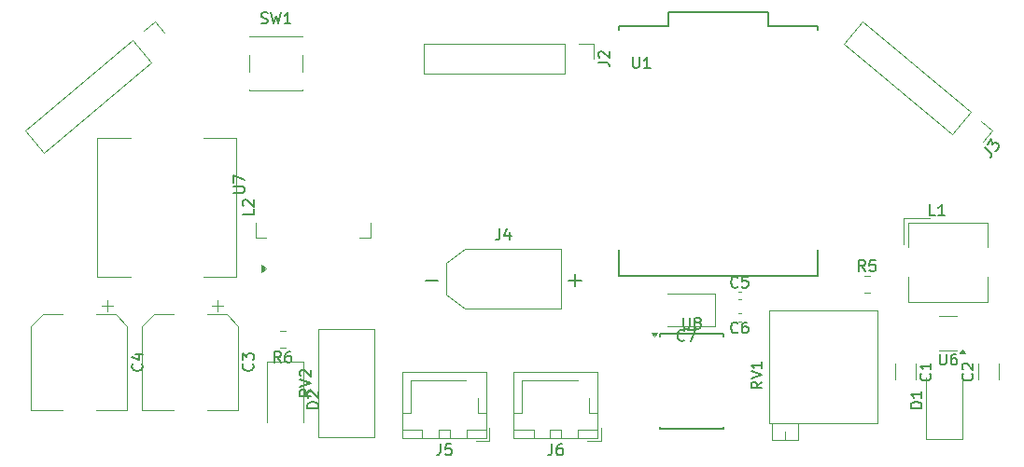
<source format=gbr>
%TF.GenerationSoftware,KiCad,Pcbnew,9.0.0+1*%
%TF.CreationDate,2025-04-07T23:30:03+02:00*%
%TF.ProjectId,WikiSumo_v25,57696b69-5375-46d6-9f5f-7632352e6b69,rev?*%
%TF.SameCoordinates,Original*%
%TF.FileFunction,Legend,Top*%
%TF.FilePolarity,Positive*%
%FSLAX46Y46*%
G04 Gerber Fmt 4.6, Leading zero omitted, Abs format (unit mm)*
G04 Created by KiCad (PCBNEW 9.0.0+1) date 2025-04-07 23:30:03*
%MOMM*%
%LPD*%
G01*
G04 APERTURE LIST*
%ADD10C,0.150000*%
%ADD11C,0.120000*%
%ADD12C,0.127000*%
G04 APERTURE END LIST*
D10*
X149166666Y-89954819D02*
X149166666Y-90669104D01*
X149166666Y-90669104D02*
X149119047Y-90811961D01*
X149119047Y-90811961D02*
X149023809Y-90907200D01*
X149023809Y-90907200D02*
X148880952Y-90954819D01*
X148880952Y-90954819D02*
X148785714Y-90954819D01*
X150071428Y-90288152D02*
X150071428Y-90954819D01*
X149833333Y-89907200D02*
X149595238Y-90621485D01*
X149595238Y-90621485D02*
X150214285Y-90621485D01*
X155428571Y-94614700D02*
X156571429Y-94614700D01*
X156000000Y-95186128D02*
X156000000Y-94043271D01*
X142428571Y-94614700D02*
X143571429Y-94614700D01*
X193152987Y-82566009D02*
X193700162Y-83025143D01*
X193700162Y-83025143D02*
X193778988Y-83153448D01*
X193778988Y-83153448D02*
X193790726Y-83287623D01*
X193790726Y-83287623D02*
X193735378Y-83427667D01*
X193735378Y-83427667D02*
X193674160Y-83500623D01*
X193397859Y-82274183D02*
X193795775Y-81799965D01*
X193795775Y-81799965D02*
X193873339Y-82300184D01*
X193873339Y-82300184D02*
X193965166Y-82190749D01*
X193965166Y-82190749D02*
X194062862Y-82148402D01*
X194062862Y-82148402D02*
X194129949Y-82142532D01*
X194129949Y-82142532D02*
X194233514Y-82167272D01*
X194233514Y-82167272D02*
X194415906Y-82320316D01*
X194415906Y-82320316D02*
X194458254Y-82418013D01*
X194458254Y-82418013D02*
X194464123Y-82485100D01*
X194464123Y-82485100D02*
X194439384Y-82588665D01*
X194439384Y-82588665D02*
X194255730Y-82807535D01*
X194255730Y-82807535D02*
X194158034Y-82849883D01*
X194158034Y-82849883D02*
X194090946Y-82855752D01*
X165933333Y-100034580D02*
X165885714Y-100082200D01*
X165885714Y-100082200D02*
X165742857Y-100129819D01*
X165742857Y-100129819D02*
X165647619Y-100129819D01*
X165647619Y-100129819D02*
X165504762Y-100082200D01*
X165504762Y-100082200D02*
X165409524Y-99986961D01*
X165409524Y-99986961D02*
X165361905Y-99891723D01*
X165361905Y-99891723D02*
X165314286Y-99701247D01*
X165314286Y-99701247D02*
X165314286Y-99558390D01*
X165314286Y-99558390D02*
X165361905Y-99367914D01*
X165361905Y-99367914D02*
X165409524Y-99272676D01*
X165409524Y-99272676D02*
X165504762Y-99177438D01*
X165504762Y-99177438D02*
X165647619Y-99129819D01*
X165647619Y-99129819D02*
X165742857Y-99129819D01*
X165742857Y-99129819D02*
X165885714Y-99177438D01*
X165885714Y-99177438D02*
X165933333Y-99225057D01*
X166266667Y-99129819D02*
X166933333Y-99129819D01*
X166933333Y-99129819D02*
X166504762Y-100129819D01*
X170765833Y-95199580D02*
X170718214Y-95247200D01*
X170718214Y-95247200D02*
X170575357Y-95294819D01*
X170575357Y-95294819D02*
X170480119Y-95294819D01*
X170480119Y-95294819D02*
X170337262Y-95247200D01*
X170337262Y-95247200D02*
X170242024Y-95151961D01*
X170242024Y-95151961D02*
X170194405Y-95056723D01*
X170194405Y-95056723D02*
X170146786Y-94866247D01*
X170146786Y-94866247D02*
X170146786Y-94723390D01*
X170146786Y-94723390D02*
X170194405Y-94532914D01*
X170194405Y-94532914D02*
X170242024Y-94437676D01*
X170242024Y-94437676D02*
X170337262Y-94342438D01*
X170337262Y-94342438D02*
X170480119Y-94294819D01*
X170480119Y-94294819D02*
X170575357Y-94294819D01*
X170575357Y-94294819D02*
X170718214Y-94342438D01*
X170718214Y-94342438D02*
X170765833Y-94390057D01*
X171670595Y-94294819D02*
X171194405Y-94294819D01*
X171194405Y-94294819D02*
X171146786Y-94771009D01*
X171146786Y-94771009D02*
X171194405Y-94723390D01*
X171194405Y-94723390D02*
X171289643Y-94675771D01*
X171289643Y-94675771D02*
X171527738Y-94675771D01*
X171527738Y-94675771D02*
X171622976Y-94723390D01*
X171622976Y-94723390D02*
X171670595Y-94771009D01*
X171670595Y-94771009D02*
X171718214Y-94866247D01*
X171718214Y-94866247D02*
X171718214Y-95104342D01*
X171718214Y-95104342D02*
X171670595Y-95199580D01*
X171670595Y-95199580D02*
X171622976Y-95247200D01*
X171622976Y-95247200D02*
X171527738Y-95294819D01*
X171527738Y-95294819D02*
X171289643Y-95294819D01*
X171289643Y-95294819D02*
X171194405Y-95247200D01*
X171194405Y-95247200D02*
X171146786Y-95199580D01*
X165838095Y-98029819D02*
X165838095Y-98839342D01*
X165838095Y-98839342D02*
X165885714Y-98934580D01*
X165885714Y-98934580D02*
X165933333Y-98982200D01*
X165933333Y-98982200D02*
X166028571Y-99029819D01*
X166028571Y-99029819D02*
X166219047Y-99029819D01*
X166219047Y-99029819D02*
X166314285Y-98982200D01*
X166314285Y-98982200D02*
X166361904Y-98934580D01*
X166361904Y-98934580D02*
X166409523Y-98839342D01*
X166409523Y-98839342D02*
X166409523Y-98029819D01*
X167028571Y-98458390D02*
X166933333Y-98410771D01*
X166933333Y-98410771D02*
X166885714Y-98363152D01*
X166885714Y-98363152D02*
X166838095Y-98267914D01*
X166838095Y-98267914D02*
X166838095Y-98220295D01*
X166838095Y-98220295D02*
X166885714Y-98125057D01*
X166885714Y-98125057D02*
X166933333Y-98077438D01*
X166933333Y-98077438D02*
X167028571Y-98029819D01*
X167028571Y-98029819D02*
X167219047Y-98029819D01*
X167219047Y-98029819D02*
X167314285Y-98077438D01*
X167314285Y-98077438D02*
X167361904Y-98125057D01*
X167361904Y-98125057D02*
X167409523Y-98220295D01*
X167409523Y-98220295D02*
X167409523Y-98267914D01*
X167409523Y-98267914D02*
X167361904Y-98363152D01*
X167361904Y-98363152D02*
X167314285Y-98410771D01*
X167314285Y-98410771D02*
X167219047Y-98458390D01*
X167219047Y-98458390D02*
X167028571Y-98458390D01*
X167028571Y-98458390D02*
X166933333Y-98506009D01*
X166933333Y-98506009D02*
X166885714Y-98553628D01*
X166885714Y-98553628D02*
X166838095Y-98648866D01*
X166838095Y-98648866D02*
X166838095Y-98839342D01*
X166838095Y-98839342D02*
X166885714Y-98934580D01*
X166885714Y-98934580D02*
X166933333Y-98982200D01*
X166933333Y-98982200D02*
X167028571Y-99029819D01*
X167028571Y-99029819D02*
X167219047Y-99029819D01*
X167219047Y-99029819D02*
X167314285Y-98982200D01*
X167314285Y-98982200D02*
X167361904Y-98934580D01*
X167361904Y-98934580D02*
X167409523Y-98839342D01*
X167409523Y-98839342D02*
X167409523Y-98648866D01*
X167409523Y-98648866D02*
X167361904Y-98553628D01*
X167361904Y-98553628D02*
X167314285Y-98506009D01*
X167314285Y-98506009D02*
X167219047Y-98458390D01*
X132044819Y-104555238D02*
X131568628Y-104888571D01*
X132044819Y-105126666D02*
X131044819Y-105126666D01*
X131044819Y-105126666D02*
X131044819Y-104745714D01*
X131044819Y-104745714D02*
X131092438Y-104650476D01*
X131092438Y-104650476D02*
X131140057Y-104602857D01*
X131140057Y-104602857D02*
X131235295Y-104555238D01*
X131235295Y-104555238D02*
X131378152Y-104555238D01*
X131378152Y-104555238D02*
X131473390Y-104602857D01*
X131473390Y-104602857D02*
X131521009Y-104650476D01*
X131521009Y-104650476D02*
X131568628Y-104745714D01*
X131568628Y-104745714D02*
X131568628Y-105126666D01*
X131044819Y-104269523D02*
X132044819Y-103936190D01*
X132044819Y-103936190D02*
X131044819Y-103602857D01*
X131140057Y-103317142D02*
X131092438Y-103269523D01*
X131092438Y-103269523D02*
X131044819Y-103174285D01*
X131044819Y-103174285D02*
X131044819Y-102936190D01*
X131044819Y-102936190D02*
X131092438Y-102840952D01*
X131092438Y-102840952D02*
X131140057Y-102793333D01*
X131140057Y-102793333D02*
X131235295Y-102745714D01*
X131235295Y-102745714D02*
X131330533Y-102745714D01*
X131330533Y-102745714D02*
X131473390Y-102793333D01*
X131473390Y-102793333D02*
X132044819Y-103364761D01*
X132044819Y-103364761D02*
X132044819Y-102745714D01*
X127541667Y-71257200D02*
X127684524Y-71304819D01*
X127684524Y-71304819D02*
X127922619Y-71304819D01*
X127922619Y-71304819D02*
X128017857Y-71257200D01*
X128017857Y-71257200D02*
X128065476Y-71209580D01*
X128065476Y-71209580D02*
X128113095Y-71114342D01*
X128113095Y-71114342D02*
X128113095Y-71019104D01*
X128113095Y-71019104D02*
X128065476Y-70923866D01*
X128065476Y-70923866D02*
X128017857Y-70876247D01*
X128017857Y-70876247D02*
X127922619Y-70828628D01*
X127922619Y-70828628D02*
X127732143Y-70781009D01*
X127732143Y-70781009D02*
X127636905Y-70733390D01*
X127636905Y-70733390D02*
X127589286Y-70685771D01*
X127589286Y-70685771D02*
X127541667Y-70590533D01*
X127541667Y-70590533D02*
X127541667Y-70495295D01*
X127541667Y-70495295D02*
X127589286Y-70400057D01*
X127589286Y-70400057D02*
X127636905Y-70352438D01*
X127636905Y-70352438D02*
X127732143Y-70304819D01*
X127732143Y-70304819D02*
X127970238Y-70304819D01*
X127970238Y-70304819D02*
X128113095Y-70352438D01*
X128446429Y-70304819D02*
X128684524Y-71304819D01*
X128684524Y-71304819D02*
X128875000Y-70590533D01*
X128875000Y-70590533D02*
X129065476Y-71304819D01*
X129065476Y-71304819D02*
X129303572Y-70304819D01*
X130208333Y-71304819D02*
X129636905Y-71304819D01*
X129922619Y-71304819D02*
X129922619Y-70304819D01*
X129922619Y-70304819D02*
X129827381Y-70447676D01*
X129827381Y-70447676D02*
X129732143Y-70542914D01*
X129732143Y-70542914D02*
X129636905Y-70590533D01*
X116709580Y-102226666D02*
X116757200Y-102274285D01*
X116757200Y-102274285D02*
X116804819Y-102417142D01*
X116804819Y-102417142D02*
X116804819Y-102512380D01*
X116804819Y-102512380D02*
X116757200Y-102655237D01*
X116757200Y-102655237D02*
X116661961Y-102750475D01*
X116661961Y-102750475D02*
X116566723Y-102798094D01*
X116566723Y-102798094D02*
X116376247Y-102845713D01*
X116376247Y-102845713D02*
X116233390Y-102845713D01*
X116233390Y-102845713D02*
X116042914Y-102798094D01*
X116042914Y-102798094D02*
X115947676Y-102750475D01*
X115947676Y-102750475D02*
X115852438Y-102655237D01*
X115852438Y-102655237D02*
X115804819Y-102512380D01*
X115804819Y-102512380D02*
X115804819Y-102417142D01*
X115804819Y-102417142D02*
X115852438Y-102274285D01*
X115852438Y-102274285D02*
X115900057Y-102226666D01*
X116138152Y-101369523D02*
X116804819Y-101369523D01*
X115757200Y-101607618D02*
X116471485Y-101845713D01*
X116471485Y-101845713D02*
X116471485Y-101226666D01*
X189100595Y-101304819D02*
X189100595Y-102114342D01*
X189100595Y-102114342D02*
X189148214Y-102209580D01*
X189148214Y-102209580D02*
X189195833Y-102257200D01*
X189195833Y-102257200D02*
X189291071Y-102304819D01*
X189291071Y-102304819D02*
X189481547Y-102304819D01*
X189481547Y-102304819D02*
X189576785Y-102257200D01*
X189576785Y-102257200D02*
X189624404Y-102209580D01*
X189624404Y-102209580D02*
X189672023Y-102114342D01*
X189672023Y-102114342D02*
X189672023Y-101304819D01*
X190576785Y-101304819D02*
X190386309Y-101304819D01*
X190386309Y-101304819D02*
X190291071Y-101352438D01*
X190291071Y-101352438D02*
X190243452Y-101400057D01*
X190243452Y-101400057D02*
X190148214Y-101542914D01*
X190148214Y-101542914D02*
X190100595Y-101733390D01*
X190100595Y-101733390D02*
X190100595Y-102114342D01*
X190100595Y-102114342D02*
X190148214Y-102209580D01*
X190148214Y-102209580D02*
X190195833Y-102257200D01*
X190195833Y-102257200D02*
X190291071Y-102304819D01*
X190291071Y-102304819D02*
X190481547Y-102304819D01*
X190481547Y-102304819D02*
X190576785Y-102257200D01*
X190576785Y-102257200D02*
X190624404Y-102209580D01*
X190624404Y-102209580D02*
X190672023Y-102114342D01*
X190672023Y-102114342D02*
X190672023Y-101876247D01*
X190672023Y-101876247D02*
X190624404Y-101781009D01*
X190624404Y-101781009D02*
X190576785Y-101733390D01*
X190576785Y-101733390D02*
X190481547Y-101685771D01*
X190481547Y-101685771D02*
X190291071Y-101685771D01*
X190291071Y-101685771D02*
X190195833Y-101733390D01*
X190195833Y-101733390D02*
X190148214Y-101781009D01*
X190148214Y-101781009D02*
X190100595Y-101876247D01*
X153916666Y-109504819D02*
X153916666Y-110219104D01*
X153916666Y-110219104D02*
X153869047Y-110361961D01*
X153869047Y-110361961D02*
X153773809Y-110457200D01*
X153773809Y-110457200D02*
X153630952Y-110504819D01*
X153630952Y-110504819D02*
X153535714Y-110504819D01*
X154821428Y-109504819D02*
X154630952Y-109504819D01*
X154630952Y-109504819D02*
X154535714Y-109552438D01*
X154535714Y-109552438D02*
X154488095Y-109600057D01*
X154488095Y-109600057D02*
X154392857Y-109742914D01*
X154392857Y-109742914D02*
X154345238Y-109933390D01*
X154345238Y-109933390D02*
X154345238Y-110314342D01*
X154345238Y-110314342D02*
X154392857Y-110409580D01*
X154392857Y-110409580D02*
X154440476Y-110457200D01*
X154440476Y-110457200D02*
X154535714Y-110504819D01*
X154535714Y-110504819D02*
X154726190Y-110504819D01*
X154726190Y-110504819D02*
X154821428Y-110457200D01*
X154821428Y-110457200D02*
X154869047Y-110409580D01*
X154869047Y-110409580D02*
X154916666Y-110314342D01*
X154916666Y-110314342D02*
X154916666Y-110076247D01*
X154916666Y-110076247D02*
X154869047Y-109981009D01*
X154869047Y-109981009D02*
X154821428Y-109933390D01*
X154821428Y-109933390D02*
X154726190Y-109885771D01*
X154726190Y-109885771D02*
X154535714Y-109885771D01*
X154535714Y-109885771D02*
X154440476Y-109933390D01*
X154440476Y-109933390D02*
X154392857Y-109981009D01*
X154392857Y-109981009D02*
X154345238Y-110076247D01*
X129333333Y-102104819D02*
X129000000Y-101628628D01*
X128761905Y-102104819D02*
X128761905Y-101104819D01*
X128761905Y-101104819D02*
X129142857Y-101104819D01*
X129142857Y-101104819D02*
X129238095Y-101152438D01*
X129238095Y-101152438D02*
X129285714Y-101200057D01*
X129285714Y-101200057D02*
X129333333Y-101295295D01*
X129333333Y-101295295D02*
X129333333Y-101438152D01*
X129333333Y-101438152D02*
X129285714Y-101533390D01*
X129285714Y-101533390D02*
X129238095Y-101581009D01*
X129238095Y-101581009D02*
X129142857Y-101628628D01*
X129142857Y-101628628D02*
X128761905Y-101628628D01*
X130190476Y-101104819D02*
X130000000Y-101104819D01*
X130000000Y-101104819D02*
X129904762Y-101152438D01*
X129904762Y-101152438D02*
X129857143Y-101200057D01*
X129857143Y-101200057D02*
X129761905Y-101342914D01*
X129761905Y-101342914D02*
X129714286Y-101533390D01*
X129714286Y-101533390D02*
X129714286Y-101914342D01*
X129714286Y-101914342D02*
X129761905Y-102009580D01*
X129761905Y-102009580D02*
X129809524Y-102057200D01*
X129809524Y-102057200D02*
X129904762Y-102104819D01*
X129904762Y-102104819D02*
X130095238Y-102104819D01*
X130095238Y-102104819D02*
X130190476Y-102057200D01*
X130190476Y-102057200D02*
X130238095Y-102009580D01*
X130238095Y-102009580D02*
X130285714Y-101914342D01*
X130285714Y-101914342D02*
X130285714Y-101676247D01*
X130285714Y-101676247D02*
X130238095Y-101581009D01*
X130238095Y-101581009D02*
X130190476Y-101533390D01*
X130190476Y-101533390D02*
X130095238Y-101485771D01*
X130095238Y-101485771D02*
X129904762Y-101485771D01*
X129904762Y-101485771D02*
X129809524Y-101533390D01*
X129809524Y-101533390D02*
X129761905Y-101581009D01*
X129761905Y-101581009D02*
X129714286Y-101676247D01*
X170765833Y-99329580D02*
X170718214Y-99377200D01*
X170718214Y-99377200D02*
X170575357Y-99424819D01*
X170575357Y-99424819D02*
X170480119Y-99424819D01*
X170480119Y-99424819D02*
X170337262Y-99377200D01*
X170337262Y-99377200D02*
X170242024Y-99281961D01*
X170242024Y-99281961D02*
X170194405Y-99186723D01*
X170194405Y-99186723D02*
X170146786Y-98996247D01*
X170146786Y-98996247D02*
X170146786Y-98853390D01*
X170146786Y-98853390D02*
X170194405Y-98662914D01*
X170194405Y-98662914D02*
X170242024Y-98567676D01*
X170242024Y-98567676D02*
X170337262Y-98472438D01*
X170337262Y-98472438D02*
X170480119Y-98424819D01*
X170480119Y-98424819D02*
X170575357Y-98424819D01*
X170575357Y-98424819D02*
X170718214Y-98472438D01*
X170718214Y-98472438D02*
X170765833Y-98520057D01*
X171622976Y-98424819D02*
X171432500Y-98424819D01*
X171432500Y-98424819D02*
X171337262Y-98472438D01*
X171337262Y-98472438D02*
X171289643Y-98520057D01*
X171289643Y-98520057D02*
X171194405Y-98662914D01*
X171194405Y-98662914D02*
X171146786Y-98853390D01*
X171146786Y-98853390D02*
X171146786Y-99234342D01*
X171146786Y-99234342D02*
X171194405Y-99329580D01*
X171194405Y-99329580D02*
X171242024Y-99377200D01*
X171242024Y-99377200D02*
X171337262Y-99424819D01*
X171337262Y-99424819D02*
X171527738Y-99424819D01*
X171527738Y-99424819D02*
X171622976Y-99377200D01*
X171622976Y-99377200D02*
X171670595Y-99329580D01*
X171670595Y-99329580D02*
X171718214Y-99234342D01*
X171718214Y-99234342D02*
X171718214Y-98996247D01*
X171718214Y-98996247D02*
X171670595Y-98901009D01*
X171670595Y-98901009D02*
X171622976Y-98853390D01*
X171622976Y-98853390D02*
X171527738Y-98805771D01*
X171527738Y-98805771D02*
X171337262Y-98805771D01*
X171337262Y-98805771D02*
X171242024Y-98853390D01*
X171242024Y-98853390D02*
X171194405Y-98901009D01*
X171194405Y-98901009D02*
X171146786Y-98996247D01*
X132704819Y-106238094D02*
X131704819Y-106238094D01*
X131704819Y-106238094D02*
X131704819Y-105999999D01*
X131704819Y-105999999D02*
X131752438Y-105857142D01*
X131752438Y-105857142D02*
X131847676Y-105761904D01*
X131847676Y-105761904D02*
X131942914Y-105714285D01*
X131942914Y-105714285D02*
X132133390Y-105666666D01*
X132133390Y-105666666D02*
X132276247Y-105666666D01*
X132276247Y-105666666D02*
X132466723Y-105714285D01*
X132466723Y-105714285D02*
X132561961Y-105761904D01*
X132561961Y-105761904D02*
X132657200Y-105857142D01*
X132657200Y-105857142D02*
X132704819Y-105999999D01*
X132704819Y-105999999D02*
X132704819Y-106238094D01*
X131800057Y-105285713D02*
X131752438Y-105238094D01*
X131752438Y-105238094D02*
X131704819Y-105142856D01*
X131704819Y-105142856D02*
X131704819Y-104904761D01*
X131704819Y-104904761D02*
X131752438Y-104809523D01*
X131752438Y-104809523D02*
X131800057Y-104761904D01*
X131800057Y-104761904D02*
X131895295Y-104714285D01*
X131895295Y-104714285D02*
X131990533Y-104714285D01*
X131990533Y-104714285D02*
X132133390Y-104761904D01*
X132133390Y-104761904D02*
X132704819Y-105333332D01*
X132704819Y-105333332D02*
X132704819Y-104714285D01*
X172979819Y-103855238D02*
X172503628Y-104188571D01*
X172979819Y-104426666D02*
X171979819Y-104426666D01*
X171979819Y-104426666D02*
X171979819Y-104045714D01*
X171979819Y-104045714D02*
X172027438Y-103950476D01*
X172027438Y-103950476D02*
X172075057Y-103902857D01*
X172075057Y-103902857D02*
X172170295Y-103855238D01*
X172170295Y-103855238D02*
X172313152Y-103855238D01*
X172313152Y-103855238D02*
X172408390Y-103902857D01*
X172408390Y-103902857D02*
X172456009Y-103950476D01*
X172456009Y-103950476D02*
X172503628Y-104045714D01*
X172503628Y-104045714D02*
X172503628Y-104426666D01*
X171979819Y-103569523D02*
X172979819Y-103236190D01*
X172979819Y-103236190D02*
X171979819Y-102902857D01*
X172979819Y-102045714D02*
X172979819Y-102617142D01*
X172979819Y-102331428D02*
X171979819Y-102331428D01*
X171979819Y-102331428D02*
X172122676Y-102426666D01*
X172122676Y-102426666D02*
X172217914Y-102521904D01*
X172217914Y-102521904D02*
X172265533Y-102617142D01*
X126854819Y-88166666D02*
X126854819Y-88642856D01*
X126854819Y-88642856D02*
X125854819Y-88642856D01*
X125950057Y-87880951D02*
X125902438Y-87833332D01*
X125902438Y-87833332D02*
X125854819Y-87738094D01*
X125854819Y-87738094D02*
X125854819Y-87499999D01*
X125854819Y-87499999D02*
X125902438Y-87404761D01*
X125902438Y-87404761D02*
X125950057Y-87357142D01*
X125950057Y-87357142D02*
X126045295Y-87309523D01*
X126045295Y-87309523D02*
X126140533Y-87309523D01*
X126140533Y-87309523D02*
X126283390Y-87357142D01*
X126283390Y-87357142D02*
X126854819Y-87928570D01*
X126854819Y-87928570D02*
X126854819Y-87309523D01*
X182333333Y-93804819D02*
X182000000Y-93328628D01*
X181761905Y-93804819D02*
X181761905Y-92804819D01*
X181761905Y-92804819D02*
X182142857Y-92804819D01*
X182142857Y-92804819D02*
X182238095Y-92852438D01*
X182238095Y-92852438D02*
X182285714Y-92900057D01*
X182285714Y-92900057D02*
X182333333Y-92995295D01*
X182333333Y-92995295D02*
X182333333Y-93138152D01*
X182333333Y-93138152D02*
X182285714Y-93233390D01*
X182285714Y-93233390D02*
X182238095Y-93281009D01*
X182238095Y-93281009D02*
X182142857Y-93328628D01*
X182142857Y-93328628D02*
X181761905Y-93328628D01*
X183238095Y-92804819D02*
X182761905Y-92804819D01*
X182761905Y-92804819D02*
X182714286Y-93281009D01*
X182714286Y-93281009D02*
X182761905Y-93233390D01*
X182761905Y-93233390D02*
X182857143Y-93185771D01*
X182857143Y-93185771D02*
X183095238Y-93185771D01*
X183095238Y-93185771D02*
X183190476Y-93233390D01*
X183190476Y-93233390D02*
X183238095Y-93281009D01*
X183238095Y-93281009D02*
X183285714Y-93376247D01*
X183285714Y-93376247D02*
X183285714Y-93614342D01*
X183285714Y-93614342D02*
X183238095Y-93709580D01*
X183238095Y-93709580D02*
X183190476Y-93757200D01*
X183190476Y-93757200D02*
X183095238Y-93804819D01*
X183095238Y-93804819D02*
X182857143Y-93804819D01*
X182857143Y-93804819D02*
X182761905Y-93757200D01*
X182761905Y-93757200D02*
X182714286Y-93709580D01*
X192009580Y-103104166D02*
X192057200Y-103151785D01*
X192057200Y-103151785D02*
X192104819Y-103294642D01*
X192104819Y-103294642D02*
X192104819Y-103389880D01*
X192104819Y-103389880D02*
X192057200Y-103532737D01*
X192057200Y-103532737D02*
X191961961Y-103627975D01*
X191961961Y-103627975D02*
X191866723Y-103675594D01*
X191866723Y-103675594D02*
X191676247Y-103723213D01*
X191676247Y-103723213D02*
X191533390Y-103723213D01*
X191533390Y-103723213D02*
X191342914Y-103675594D01*
X191342914Y-103675594D02*
X191247676Y-103627975D01*
X191247676Y-103627975D02*
X191152438Y-103532737D01*
X191152438Y-103532737D02*
X191104819Y-103389880D01*
X191104819Y-103389880D02*
X191104819Y-103294642D01*
X191104819Y-103294642D02*
X191152438Y-103151785D01*
X191152438Y-103151785D02*
X191200057Y-103104166D01*
X191200057Y-102723213D02*
X191152438Y-102675594D01*
X191152438Y-102675594D02*
X191104819Y-102580356D01*
X191104819Y-102580356D02*
X191104819Y-102342261D01*
X191104819Y-102342261D02*
X191152438Y-102247023D01*
X191152438Y-102247023D02*
X191200057Y-102199404D01*
X191200057Y-102199404D02*
X191295295Y-102151785D01*
X191295295Y-102151785D02*
X191390533Y-102151785D01*
X191390533Y-102151785D02*
X191533390Y-102199404D01*
X191533390Y-102199404D02*
X192104819Y-102770832D01*
X192104819Y-102770832D02*
X192104819Y-102151785D01*
X188209580Y-103104166D02*
X188257200Y-103151785D01*
X188257200Y-103151785D02*
X188304819Y-103294642D01*
X188304819Y-103294642D02*
X188304819Y-103389880D01*
X188304819Y-103389880D02*
X188257200Y-103532737D01*
X188257200Y-103532737D02*
X188161961Y-103627975D01*
X188161961Y-103627975D02*
X188066723Y-103675594D01*
X188066723Y-103675594D02*
X187876247Y-103723213D01*
X187876247Y-103723213D02*
X187733390Y-103723213D01*
X187733390Y-103723213D02*
X187542914Y-103675594D01*
X187542914Y-103675594D02*
X187447676Y-103627975D01*
X187447676Y-103627975D02*
X187352438Y-103532737D01*
X187352438Y-103532737D02*
X187304819Y-103389880D01*
X187304819Y-103389880D02*
X187304819Y-103294642D01*
X187304819Y-103294642D02*
X187352438Y-103151785D01*
X187352438Y-103151785D02*
X187400057Y-103104166D01*
X188304819Y-102151785D02*
X188304819Y-102723213D01*
X188304819Y-102437499D02*
X187304819Y-102437499D01*
X187304819Y-102437499D02*
X187447676Y-102532737D01*
X187447676Y-102532737D02*
X187542914Y-102627975D01*
X187542914Y-102627975D02*
X187590533Y-102723213D01*
X125029819Y-86686904D02*
X125839342Y-86686904D01*
X125839342Y-86686904D02*
X125934580Y-86639285D01*
X125934580Y-86639285D02*
X125982200Y-86591666D01*
X125982200Y-86591666D02*
X126029819Y-86496428D01*
X126029819Y-86496428D02*
X126029819Y-86305952D01*
X126029819Y-86305952D02*
X125982200Y-86210714D01*
X125982200Y-86210714D02*
X125934580Y-86163095D01*
X125934580Y-86163095D02*
X125839342Y-86115476D01*
X125839342Y-86115476D02*
X125029819Y-86115476D01*
X125029819Y-85734523D02*
X125029819Y-85067857D01*
X125029819Y-85067857D02*
X126029819Y-85496428D01*
X187454819Y-106238094D02*
X186454819Y-106238094D01*
X186454819Y-106238094D02*
X186454819Y-105999999D01*
X186454819Y-105999999D02*
X186502438Y-105857142D01*
X186502438Y-105857142D02*
X186597676Y-105761904D01*
X186597676Y-105761904D02*
X186692914Y-105714285D01*
X186692914Y-105714285D02*
X186883390Y-105666666D01*
X186883390Y-105666666D02*
X187026247Y-105666666D01*
X187026247Y-105666666D02*
X187216723Y-105714285D01*
X187216723Y-105714285D02*
X187311961Y-105761904D01*
X187311961Y-105761904D02*
X187407200Y-105857142D01*
X187407200Y-105857142D02*
X187454819Y-105999999D01*
X187454819Y-105999999D02*
X187454819Y-106238094D01*
X187454819Y-104714285D02*
X187454819Y-105285713D01*
X187454819Y-104999999D02*
X186454819Y-104999999D01*
X186454819Y-104999999D02*
X186597676Y-105095237D01*
X186597676Y-105095237D02*
X186692914Y-105190475D01*
X186692914Y-105190475D02*
X186740533Y-105285713D01*
X188683333Y-88754819D02*
X188207143Y-88754819D01*
X188207143Y-88754819D02*
X188207143Y-87754819D01*
X189540476Y-88754819D02*
X188969048Y-88754819D01*
X189254762Y-88754819D02*
X189254762Y-87754819D01*
X189254762Y-87754819D02*
X189159524Y-87897676D01*
X189159524Y-87897676D02*
X189064286Y-87992914D01*
X189064286Y-87992914D02*
X188969048Y-88040533D01*
X143816666Y-109504819D02*
X143816666Y-110219104D01*
X143816666Y-110219104D02*
X143769047Y-110361961D01*
X143769047Y-110361961D02*
X143673809Y-110457200D01*
X143673809Y-110457200D02*
X143530952Y-110504819D01*
X143530952Y-110504819D02*
X143435714Y-110504819D01*
X144769047Y-109504819D02*
X144292857Y-109504819D01*
X144292857Y-109504819D02*
X144245238Y-109981009D01*
X144245238Y-109981009D02*
X144292857Y-109933390D01*
X144292857Y-109933390D02*
X144388095Y-109885771D01*
X144388095Y-109885771D02*
X144626190Y-109885771D01*
X144626190Y-109885771D02*
X144721428Y-109933390D01*
X144721428Y-109933390D02*
X144769047Y-109981009D01*
X144769047Y-109981009D02*
X144816666Y-110076247D01*
X144816666Y-110076247D02*
X144816666Y-110314342D01*
X144816666Y-110314342D02*
X144769047Y-110409580D01*
X144769047Y-110409580D02*
X144721428Y-110457200D01*
X144721428Y-110457200D02*
X144626190Y-110504819D01*
X144626190Y-110504819D02*
X144388095Y-110504819D01*
X144388095Y-110504819D02*
X144292857Y-110457200D01*
X144292857Y-110457200D02*
X144245238Y-110409580D01*
X126759580Y-102226666D02*
X126807200Y-102274285D01*
X126807200Y-102274285D02*
X126854819Y-102417142D01*
X126854819Y-102417142D02*
X126854819Y-102512380D01*
X126854819Y-102512380D02*
X126807200Y-102655237D01*
X126807200Y-102655237D02*
X126711961Y-102750475D01*
X126711961Y-102750475D02*
X126616723Y-102798094D01*
X126616723Y-102798094D02*
X126426247Y-102845713D01*
X126426247Y-102845713D02*
X126283390Y-102845713D01*
X126283390Y-102845713D02*
X126092914Y-102798094D01*
X126092914Y-102798094D02*
X125997676Y-102750475D01*
X125997676Y-102750475D02*
X125902438Y-102655237D01*
X125902438Y-102655237D02*
X125854819Y-102512380D01*
X125854819Y-102512380D02*
X125854819Y-102417142D01*
X125854819Y-102417142D02*
X125902438Y-102274285D01*
X125902438Y-102274285D02*
X125950057Y-102226666D01*
X125854819Y-101893332D02*
X125854819Y-101274285D01*
X125854819Y-101274285D02*
X126235771Y-101607618D01*
X126235771Y-101607618D02*
X126235771Y-101464761D01*
X126235771Y-101464761D02*
X126283390Y-101369523D01*
X126283390Y-101369523D02*
X126331009Y-101321904D01*
X126331009Y-101321904D02*
X126426247Y-101274285D01*
X126426247Y-101274285D02*
X126664342Y-101274285D01*
X126664342Y-101274285D02*
X126759580Y-101321904D01*
X126759580Y-101321904D02*
X126807200Y-101369523D01*
X126807200Y-101369523D02*
X126854819Y-101464761D01*
X126854819Y-101464761D02*
X126854819Y-101750475D01*
X126854819Y-101750475D02*
X126807200Y-101845713D01*
X126807200Y-101845713D02*
X126759580Y-101893332D01*
X158134819Y-74833333D02*
X158849104Y-74833333D01*
X158849104Y-74833333D02*
X158991961Y-74880952D01*
X158991961Y-74880952D02*
X159087200Y-74976190D01*
X159087200Y-74976190D02*
X159134819Y-75119047D01*
X159134819Y-75119047D02*
X159134819Y-75214285D01*
X158230057Y-74404761D02*
X158182438Y-74357142D01*
X158182438Y-74357142D02*
X158134819Y-74261904D01*
X158134819Y-74261904D02*
X158134819Y-74023809D01*
X158134819Y-74023809D02*
X158182438Y-73928571D01*
X158182438Y-73928571D02*
X158230057Y-73880952D01*
X158230057Y-73880952D02*
X158325295Y-73833333D01*
X158325295Y-73833333D02*
X158420533Y-73833333D01*
X158420533Y-73833333D02*
X158563390Y-73880952D01*
X158563390Y-73880952D02*
X159134819Y-74452380D01*
X159134819Y-74452380D02*
X159134819Y-73833333D01*
X161253095Y-74354819D02*
X161253095Y-75164342D01*
X161253095Y-75164342D02*
X161300714Y-75259580D01*
X161300714Y-75259580D02*
X161348333Y-75307200D01*
X161348333Y-75307200D02*
X161443571Y-75354819D01*
X161443571Y-75354819D02*
X161634047Y-75354819D01*
X161634047Y-75354819D02*
X161729285Y-75307200D01*
X161729285Y-75307200D02*
X161776904Y-75259580D01*
X161776904Y-75259580D02*
X161824523Y-75164342D01*
X161824523Y-75164342D02*
X161824523Y-74354819D01*
X162824523Y-75354819D02*
X162253095Y-75354819D01*
X162538809Y-75354819D02*
X162538809Y-74354819D01*
X162538809Y-74354819D02*
X162443571Y-74497676D01*
X162443571Y-74497676D02*
X162348333Y-74592914D01*
X162348333Y-74592914D02*
X162253095Y-74640533D01*
D11*
%TO.C,J4*%
X144290000Y-93090000D02*
X144290000Y-95910000D01*
X144290000Y-93090000D02*
X145990000Y-91790000D01*
X144290000Y-95910000D02*
X145990000Y-97210000D01*
X145990000Y-91790000D02*
X154710000Y-91790000D01*
X145990000Y-97210000D02*
X154710000Y-97210000D01*
X154710000Y-91790000D02*
X154710000Y-97210000D01*
%TO.C,J3*%
X182107304Y-71126254D02*
X180397489Y-73163932D01*
X190172216Y-81365902D02*
X180397489Y-73163932D01*
X191882031Y-79328224D02*
X182107304Y-71126254D01*
X191882031Y-79328224D02*
X190172216Y-81365902D01*
X192854908Y-80144564D02*
X193873747Y-80999471D01*
X193873747Y-80999471D02*
X193018839Y-82018311D01*
%TO.C,C7*%
X164350000Y-98835000D02*
X168735000Y-98835000D01*
X168735000Y-95815000D02*
X164350000Y-95815000D01*
X168735000Y-98835000D02*
X168735000Y-95815000D01*
%TO.C,C5*%
X170816665Y-95640000D02*
X171048335Y-95640000D01*
X170816665Y-96360000D02*
X171048335Y-96360000D01*
D10*
%TO.C,U8*%
X163725000Y-99500000D02*
X163725000Y-99725000D01*
X163725000Y-99500000D02*
X169475000Y-99500000D01*
X163725000Y-108150000D02*
X163725000Y-107925000D01*
X163725000Y-108150000D02*
X169475000Y-108150000D01*
X169475000Y-99500000D02*
X169475000Y-99725000D01*
X169475000Y-108150000D02*
X169475000Y-107925000D01*
D11*
X163225000Y-99750000D02*
X162985000Y-99420000D01*
X163465000Y-99420000D01*
X163225000Y-99750000D01*
G36*
X163225000Y-99750000D02*
G01*
X162985000Y-99420000D01*
X163465000Y-99420000D01*
X163225000Y-99750000D01*
G37*
%TO.C,RV2*%
X132720000Y-99075000D02*
X137790000Y-99075000D01*
X132720000Y-108845000D02*
X132720000Y-99075000D01*
X132720000Y-108845000D02*
X137790000Y-108845000D01*
X137790000Y-108845000D02*
X137790000Y-99075000D01*
%TO.C,SW1*%
X126425000Y-72450000D02*
X126425000Y-72500000D01*
X126425000Y-72450000D02*
X131325000Y-72450000D01*
X126425000Y-74150000D02*
X126425000Y-75650000D01*
X126425000Y-77350000D02*
X126425000Y-77300000D01*
X126425000Y-77350000D02*
X131325000Y-77350000D01*
X131325000Y-72450000D02*
X131325000Y-72500000D01*
X131325000Y-74150000D02*
X131325000Y-75650000D01*
X131325000Y-77350000D02*
X131325000Y-77300000D01*
%TO.C,C4*%
X106690000Y-98764437D02*
X106690000Y-106420000D01*
X106690000Y-106420000D02*
X109540000Y-106420000D01*
X107754437Y-97700000D02*
X106690000Y-98764437D01*
X107754437Y-97700000D02*
X109540000Y-97700000D01*
X113560000Y-96460000D02*
X113560000Y-97460000D01*
X114060000Y-96960000D02*
X113060000Y-96960000D01*
X114345563Y-97700000D02*
X112560000Y-97700000D01*
X114345563Y-97700000D02*
X115410000Y-98764437D01*
X115410000Y-98764437D02*
X115410000Y-106420000D01*
X115410000Y-106420000D02*
X112560000Y-106420000D01*
%TO.C,U6*%
X189862500Y-97890000D02*
X189062500Y-97890000D01*
X189862500Y-97890000D02*
X190662500Y-97890000D01*
X189862500Y-101010000D02*
X189062500Y-101010000D01*
X189862500Y-101010000D02*
X190662500Y-101010000D01*
X191402500Y-101290000D02*
X190922500Y-101290000D01*
X191162500Y-100960000D01*
X191402500Y-101290000D01*
G36*
X191402500Y-101290000D02*
G01*
X190922500Y-101290000D01*
X191162500Y-100960000D01*
X191402500Y-101290000D01*
G37*
%TO.C,J6*%
X150440000Y-102990000D02*
X150440000Y-108960000D01*
X150440000Y-108960000D02*
X158060000Y-108960000D01*
X150450000Y-106700000D02*
X151200000Y-106700000D01*
X150450000Y-108200000D02*
X150450000Y-108950000D01*
X150450000Y-108950000D02*
X152250000Y-108950000D01*
X151200000Y-103750000D02*
X154250000Y-103750000D01*
X151200000Y-106700000D02*
X151200000Y-103750000D01*
X152250000Y-108200000D02*
X150450000Y-108200000D01*
X152250000Y-108950000D02*
X152250000Y-108200000D01*
X153750000Y-108200000D02*
X153750000Y-108950000D01*
X153750000Y-108950000D02*
X154750000Y-108950000D01*
X154250000Y-103750000D02*
X156240000Y-103750000D01*
X154750000Y-108200000D02*
X153750000Y-108200000D01*
X154750000Y-108950000D02*
X154750000Y-108200000D01*
X156250000Y-108200000D02*
X156250000Y-108950000D01*
X156250000Y-108950000D02*
X158050000Y-108950000D01*
X157100000Y-109250000D02*
X158350000Y-109250000D01*
X157300000Y-106700000D02*
X157300000Y-105360000D01*
X158050000Y-106700000D02*
X157300000Y-106700000D01*
X158050000Y-108200000D02*
X156250000Y-108200000D01*
X158050000Y-108950000D02*
X158050000Y-108200000D01*
X158060000Y-102990000D02*
X150440000Y-102990000D01*
X158060000Y-108960000D02*
X158060000Y-102990000D01*
X158350000Y-109250000D02*
X158350000Y-108000000D01*
%TO.C,R6*%
X129727064Y-99265000D02*
X129272936Y-99265000D01*
X129727064Y-100735000D02*
X129272936Y-100735000D01*
%TO.C,J1*%
X106126253Y-80999471D02*
X107836068Y-83037149D01*
X115900980Y-72797501D02*
X106126253Y-80999471D01*
X115900980Y-72797501D02*
X117610795Y-74835179D01*
X116873856Y-71981161D02*
X117892696Y-71126253D01*
X117610795Y-74835179D02*
X107836068Y-83037149D01*
X117892696Y-71126253D02*
X118747603Y-72145092D01*
%TO.C,C6*%
X171048335Y-97640000D02*
X170816665Y-97640000D01*
X171048335Y-98360000D02*
X170816665Y-98360000D01*
%TO.C,D2*%
X128100000Y-101990000D02*
X128100000Y-107500000D01*
X131400000Y-101990000D02*
X128100000Y-101990000D01*
X131400000Y-101990000D02*
X131400000Y-107500000D01*
%TO.C,RV1*%
X173655000Y-97365000D02*
X183425000Y-97365000D01*
X173655000Y-107635000D02*
X173655000Y-97365000D01*
X173655000Y-107635000D02*
X183425000Y-107635000D01*
X173831000Y-107636000D02*
X176260000Y-107636000D01*
X173831000Y-109155000D02*
X173831000Y-107636000D01*
X173831000Y-109155000D02*
X176260000Y-109155000D01*
X175045000Y-109155000D02*
X175045000Y-108396000D01*
X176260000Y-109155000D02*
X176260000Y-107636000D01*
X183425000Y-107635000D02*
X183425000Y-97365000D01*
%TO.C,L2*%
X112700000Y-81700000D02*
X115700000Y-81700000D01*
X112700000Y-94300000D02*
X112700000Y-81700000D01*
X115700000Y-94300000D02*
X112700000Y-94300000D01*
X122300000Y-81700000D02*
X125300000Y-81700000D01*
X125300000Y-81700000D02*
X125300000Y-94300000D01*
X125300000Y-94300000D02*
X122300000Y-94300000D01*
%TO.C,R5*%
X182272936Y-94265000D02*
X182727064Y-94265000D01*
X182272936Y-95735000D02*
X182727064Y-95735000D01*
%TO.C,C2*%
X192590000Y-103648752D02*
X192590000Y-102226248D01*
X194410000Y-103648752D02*
X194410000Y-102226248D01*
%TO.C,C1*%
X185090000Y-102226248D02*
X185090000Y-103648752D01*
X186910000Y-102226248D02*
X186910000Y-103648752D01*
%TO.C,U7*%
X127025000Y-89385000D02*
X127025000Y-90750000D01*
X127025000Y-90750000D02*
X127975000Y-90750000D01*
X137425000Y-89385000D02*
X137425000Y-90750000D01*
X137425000Y-90750000D02*
X136475000Y-90750000D01*
X128015000Y-93575000D02*
X127545000Y-93915000D01*
X127545000Y-93235000D01*
X128015000Y-93575000D01*
G36*
X128015000Y-93575000D02*
G01*
X127545000Y-93915000D01*
X127545000Y-93235000D01*
X128015000Y-93575000D01*
G37*
%TO.C,D1*%
X187850000Y-109010000D02*
X187850000Y-103500000D01*
X187850000Y-109010000D02*
X191150000Y-109010000D01*
X191150000Y-109010000D02*
X191150000Y-103500000D01*
%TO.C,L1*%
X185850000Y-89000000D02*
X188180000Y-89000000D01*
X185850000Y-91330000D02*
X185850000Y-89000000D01*
X186230000Y-89380000D02*
X186230000Y-91650000D01*
X186230000Y-89380000D02*
X193470000Y-89380000D01*
X186230000Y-94350000D02*
X186230000Y-96620000D01*
X186230000Y-96620000D02*
X193470000Y-96620000D01*
X193470000Y-89380000D02*
X193470000Y-91650000D01*
X193470000Y-94350000D02*
X193470000Y-96620000D01*
%TO.C,J5*%
X140340000Y-102990000D02*
X140340000Y-108960000D01*
X140340000Y-108960000D02*
X147960000Y-108960000D01*
X140350000Y-106700000D02*
X141100000Y-106700000D01*
X140350000Y-108200000D02*
X140350000Y-108950000D01*
X140350000Y-108950000D02*
X142150000Y-108950000D01*
X141100000Y-103750000D02*
X144150000Y-103750000D01*
X141100000Y-106700000D02*
X141100000Y-103750000D01*
X142150000Y-108200000D02*
X140350000Y-108200000D01*
X142150000Y-108950000D02*
X142150000Y-108200000D01*
X143650000Y-108200000D02*
X143650000Y-108950000D01*
X143650000Y-108950000D02*
X144650000Y-108950000D01*
X144150000Y-103750000D02*
X146140000Y-103750000D01*
X144650000Y-108200000D02*
X143650000Y-108200000D01*
X144650000Y-108950000D02*
X144650000Y-108200000D01*
X146150000Y-108200000D02*
X146150000Y-108950000D01*
X146150000Y-108950000D02*
X147950000Y-108950000D01*
X147000000Y-109250000D02*
X148250000Y-109250000D01*
X147200000Y-106700000D02*
X147200000Y-105360000D01*
X147950000Y-106700000D02*
X147200000Y-106700000D01*
X147950000Y-108200000D02*
X146150000Y-108200000D01*
X147950000Y-108950000D02*
X147950000Y-108200000D01*
X147960000Y-102990000D02*
X140340000Y-102990000D01*
X147960000Y-108960000D02*
X147960000Y-102990000D01*
X148250000Y-109250000D02*
X148250000Y-108000000D01*
%TO.C,C3*%
X116740000Y-98764437D02*
X116740000Y-106420000D01*
X116740000Y-106420000D02*
X119590000Y-106420000D01*
X117804437Y-97700000D02*
X116740000Y-98764437D01*
X117804437Y-97700000D02*
X119590000Y-97700000D01*
X123610000Y-96460000D02*
X123610000Y-97460000D01*
X124110000Y-96960000D02*
X123110000Y-96960000D01*
X124395563Y-97700000D02*
X122610000Y-97700000D01*
X124395563Y-97700000D02*
X125460000Y-98764437D01*
X125460000Y-98764437D02*
X125460000Y-106420000D01*
X125460000Y-106420000D02*
X122610000Y-106420000D01*
%TO.C,J2*%
X142320000Y-73170000D02*
X142320000Y-75830000D01*
X155080000Y-73170000D02*
X142320000Y-73170000D01*
X155080000Y-73170000D02*
X155080000Y-75830000D01*
X155080000Y-75830000D02*
X142320000Y-75830000D01*
X156350000Y-73170000D02*
X157680000Y-73170000D01*
X157680000Y-73170000D02*
X157680000Y-74500000D01*
D12*
%TO.C,U1*%
X160015000Y-71850000D02*
X160015000Y-71550000D01*
X160015000Y-94250000D02*
X160015000Y-91900000D01*
X164515000Y-70250000D02*
X164515000Y-71550000D01*
X164515000Y-71550000D02*
X160015000Y-71550000D01*
X173515000Y-70250000D02*
X164515000Y-70250000D01*
X173515000Y-70250000D02*
X173515000Y-71550000D01*
X178015000Y-71550000D02*
X173515000Y-71550000D01*
X178015000Y-71850000D02*
X178015000Y-71550000D01*
X178015000Y-94250000D02*
X160015000Y-94250000D01*
X178015000Y-94250000D02*
X178015000Y-91900000D01*
%TD*%
M02*

</source>
